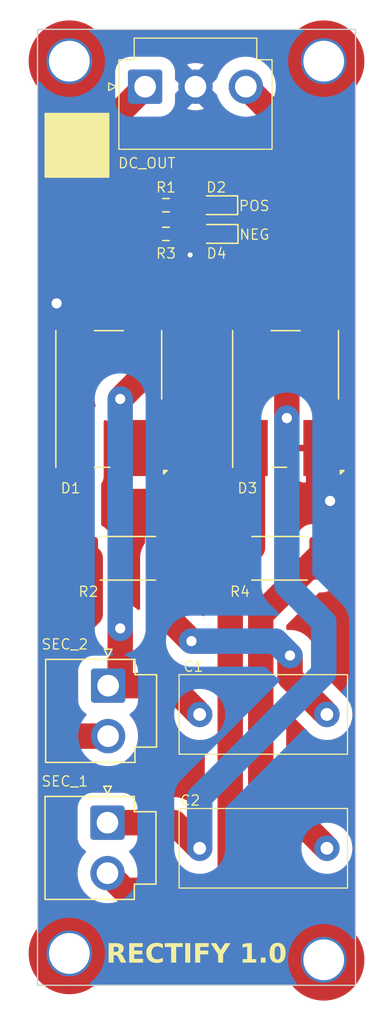
<source format=kicad_pcb>
(kicad_pcb (version 20240108) (generator "pcbnew") (generator_version "8.0")
  (layers (0 "F.Cu" signal) (31 "B.Cu" signal) (34 "B.Paste" user) (35 "F.Paste" user) (36 "B.SilkS" user "B.Silkscreen") (37 "F.SilkS" user "F.Silkscreen") (38 "B.Mask" user) (39 "F.Mask" user) (44 "Edge.Cuts" user))
  (net 0 "")
  (net 1 "PGND")
  (net 2 "VPOUT")
  (net 3 "VPOS")
  (net 4 "VNEGNEG")
  (net 5 "Net-(C1-Pad2)")
  (net 6 "VMOUT")
  (net 7 "Net-(C2-Pad2)")
  (net 8 "Net-(D2-A)")
  (net 9 "VNEG")
  (net 10 "VPOSNEG")
  (net 11 "Net-(D4-A)")
  (footprint "LED_SMD:LED_0603_1608Metric_Pad1.05x0.95mm_HandSolder" (layer "F.Cu") (at 114.1 96.05 180)
    (property "Reference" "D4" (at 0.025 -1.53 0) (layer "F.SilkS") (effects (font (size 0.8 0.8) (thickness 0.1))))
    (property "Value" "BLUE")
    (fp_line (start 0.8 -0.735) (end -1.66 -0.735) (stroke (width 0.12)) (layer "F.SilkS"))
    (fp_line (start -1.66 0.735) (end 0.8 0.735) (stroke (width 0.12)) (layer "F.SilkS"))
    (fp_line (start -1.66 -0.735) (end -1.66 0.735) (stroke (width 0.12)) (layer "F.SilkS"))
    (pad "1" smd roundrect (at -0.875 0 180) (size 1.05 0.95) (layers "F.Cu" "F.Paste" "F.Mask") (net 6 "VMOUT"))
    (pad "2" smd roundrect (at 0.875 0 180) (size 1.05 0.95) (layers "F.Cu" "F.Paste" "F.Mask") (net 11 "Net-(D4-A)"))
  )
  (footprint "MountingHole:MountingHole_3.2mm_M3_Pad_TopOnly" (layer "F.Cu") (at 122.5 82.5)
    (property "Reference" "H4" (hide yes))
    (property "Value" "MountingHole")
    (pad "1" thru_hole circle (at 0 0) (size 3.6 3.6) (drill 3.2) (layers "*.Cu" "*.Mask"))
    (pad "1" connect circle (at 0 0) (size 6.4 6.4) (layers "F.Cu" "F.Mask"))
  )
  (footprint "Connector_JST:JST_VH_B2P-VH-B_1x02_P3.96mm_Vertical" (layer "F.Cu") (at 105.5 142.2425 -90)
    (property "Reference" "J3" (hide yes))
    (property "Value" "Conn_01x02_Male")
    (fp_line (start -2.06 4.91) (end -2.06 -2.11) (stroke (width 0.12)) (layer "F.SilkS"))
    (fp_line (start 6.02 4.91) (end -2.06 4.91) (stroke (width 0.12)) (layer "F.SilkS"))
    (fp_line (start -2.86 0.3) (end -2.86 -0.3) (stroke (width 0.12)) (layer "F.SilkS"))
    (fp_line (start -2.26 0) (end -2.86 0.3) (stroke (width 0.12)) (layer "F.SilkS"))
    (fp_line (start -2.86 -0.3) (end -2.26 0) (stroke (width 0.12)) (layer "F.SilkS"))
    (fp_line (start -2.06 -2.11) (end -0.86 -2.11) (stroke (width 0.12)) (layer "F.SilkS"))
    (fp_line (start -0.86 -2.11) (end -0.86 -3.81) (stroke (width 0.12)) (layer "F.SilkS"))
    (fp_line (start 4.82 -2.11) (end 6.02 -2.11) (stroke (width 0.12)) (layer "F.SilkS"))
    (fp_line (start 6.02 -2.11) (end 6.02 4.91) (stroke (width 0.12)) (layer "F.SilkS"))
    (fp_line (start -0.86 -3.81) (end 4.82 -3.81) (stroke (width 0.12)) (layer "F.SilkS"))
    (fp_line (start 4.82 -3.81) (end 4.82 -2.11) (stroke (width 0.12)) (layer "F.SilkS"))
    (pad "1" thru_hole roundrect (at 0 0 270) (size 2.7 2.7) (drill 1.7) (layers "*.Cu" "*.Mask") (roundrect_rratio 0.09259296296) (net 9 "VNEG"))
    (pad "2" thru_hole circle (at 3.96 0 270) (size 2.7 2.7) (drill 1.7) (layers "*.Cu" "*.Mask") (net 4 "VNEGNEG"))
  )
  (footprint "MountingHole:MountingHole_3.2mm_M3_Pad_TopOnly" (layer "F.Cu") (at 102.5 152.5)
    (property "Reference" "H2" (hide yes))
    (property "Value" "MountingHole")
    (pad "1" thru_hole circle (at 0 0) (size 3.6 3.6) (drill 3.2) (layers "*.Cu" "*.Mask"))
    (pad "1" connect circle (at 0 0) (size 6.4 6.4) (layers "F.Cu" "F.Mask"))
  )
  (footprint "Resistor_SMD:R_2512_6332Metric" (layer "F.Cu") (at 107.105 121.5 180)
    (property "Reference" "R2" (at 3.105 -2.62 0) (layer "F.SilkS") (effects (font (size 0.8 0.8) (thickness 0.1))))
    (property "Value" "10R 2W")
    (fp_line (start -2.177064 1.71) (end 2.177064 1.71) (stroke (width 0.12)) (layer "F.SilkS"))
    (fp_line (start -2.177064 -1.71) (end 2.177064 -1.71) (stroke (width 0.12)) (layer "F.SilkS"))
    (pad "1" smd roundrect (at -2.9625 0 180) (size 1.225 3.35) (layers "F.Cu" "F.Paste" "F.Mask") (roundrect_rratio 0.204082) (net 5 "Net-(C1-Pad2)"))
    (pad "2" smd roundrect (at 2.9625 0 180) (size 1.225 3.35) (layers "F.Cu" "F.Paste" "F.Mask") (roundrect_rratio 0.204082) (net 10 "VPOSNEG"))
  )
  (footprint "Capacitor_THT:C_Rect_L13.0mm_W6.0mm_P10.00mm_FKS3_FKP3_MKS4" (layer "F.Cu") (at 112.75 133.75)
    (property "Reference" "C1" (at -0.5 -3.75 0) (layer "F.SilkS") (effects (font (size 0.8 0.8) (thickness 0.1))))
    (property "Value" "100N")
    (fp_line (start -1.62 -3.12) (end -1.62 3.12) (stroke (width 0.1)) (layer "F.SilkS"))
    (fp_line (start -1.62 -3.12) (end 11.62 -3.12) (stroke (width 0.1)) (layer "F.SilkS"))
    (fp_line (start -1.62 3.12) (end 11.62 3.12) (stroke (width 0.1)) (layer "F.SilkS"))
    (fp_line (start 11.62 -3.12) (end 11.62 3.12) (stroke (width 0.1)) (layer "F.SilkS"))
    (pad "1" thru_hole circle (at 0 0) (size 2 2) (drill 1) (layers "*.Cu" "*.Mask") (net 3 "VPOS"))
    (pad "2" thru_hole circle (at 10 0) (size 2 2) (drill 1) (layers "*.Cu" "*.Mask") (net 5 "Net-(C1-Pad2)"))
  )
  (footprint "Connector_JST:JST_VH_B2P-VH-B_1x02_P3.96mm_Vertical" (layer "F.Cu") (at 105.55 131.4925 -90)
    (property "Reference" "J2" (hide yes))
    (property "Value" "Conn_01x02_Male")
    (fp_line (start -2.06 4.91) (end -2.06 -2.11) (stroke (width 0.12)) (layer "F.SilkS"))
    (fp_line (start 6.02 4.91) (end -2.06 4.91) (stroke (width 0.12)) (layer "F.SilkS"))
    (fp_line (start -2.86 0.3) (end -2.86 -0.3) (stroke (width 0.12)) (layer "F.SilkS"))
    (fp_line (start -2.26 0) (end -2.86 0.3) (stroke (width 0.12)) (layer "F.SilkS"))
    (fp_line (start -2.86 -0.3) (end -2.26 0) (stroke (width 0.12)) (layer "F.SilkS"))
    (fp_line (start -2.06 -2.11) (end -0.86 -2.11) (stroke (width 0.12)) (layer "F.SilkS"))
    (fp_line (start -0.86 -2.11) (end -0.86 -3.81) (stroke (width 0.12)) (layer "F.SilkS"))
    (fp_line (start 4.82 -2.11) (end 6.02 -2.11) (stroke (width 0.12)) (layer "F.SilkS"))
    (fp_line (start 6.02 -2.11) (end 6.02 4.91) (stroke (width 0.12)) (layer "F.SilkS"))
    (fp_line (start -0.86 -3.81) (end 4.82 -3.81) (stroke (width 0.12)) (layer "F.SilkS"))
    (fp_line (start 4.82 -3.81) (end 4.82 -2.11) (stroke (width 0.12)) (layer "F.SilkS"))
    (pad "1" thru_hole roundrect (at 0 0 270) (size 2.7 2.7) (drill 1.7) (layers "*.Cu" "*.Mask") (roundrect_rratio 0.09259296296) (net 3 "VPOS"))
    (pad "2" thru_hole circle (at 3.96 0 270) (size 2.7 2.7) (drill 1.7) (layers "*.Cu" "*.Mask") (net 10 "VPOSNEG"))
  )
  (footprint "Resistor_SMD:R_0603_1608Metric_Pad0.98x0.95mm_HandSolder" (layer "F.Cu") (at 110.1 96.05)
    (property "Reference" "R3" (at 0 1.53 0) (layer "F.SilkS") (effects (font (size 0.8 0.8) (thickness 0.1))))
    (property "Value" "16K")
    (fp_line (start -0.254724 -0.5225) (end 0.254724 -0.5225) (stroke (width 0.12)) (layer "F.SilkS"))
    (fp_line (start -0.254724 0.5225) (end 0.254724 0.5225) (stroke (width 0.12)) (layer "F.SilkS"))
    (pad "1" smd roundrect (at -0.9125 0) (size 0.975 0.95) (layers "F.Cu" "F.Paste" "F.Mask") (net 1 "PGND"))
    (pad "2" smd roundrect (at 0.9125 0) (size 0.975 0.95) (layers "F.Cu" "F.Paste" "F.Mask") (net 11 "Net-(D4-A)"))
  )
  (footprint "Resistor_SMD:R_0603_1608Metric_Pad0.98x0.95mm_HandSolder" (layer "F.Cu") (at 110.1 93.8)
    (property "Reference" "R1" (at 0 -1.4 0) (layer "F.SilkS") (effects (font (size 0.8 0.8) (thickness 0.1))))
    (property "Value" "16K")
    (fp_line (start -0.254724 -0.5225) (end 0.254724 -0.5225) (stroke (width 0.12)) (layer "F.SilkS"))
    (fp_line (start -0.254724 0.5225) (end 0.254724 0.5225) (stroke (width 0.12)) (layer "F.SilkS"))
    (pad "1" smd roundrect (at -0.9125 0) (size 0.975 0.95) (layers "F.Cu" "F.Paste" "F.Mask") (net 2 "VPOUT"))
    (pad "2" smd roundrect (at 0.9125 0) (size 0.975 0.95) (layers "F.Cu" "F.Paste" "F.Mask") (net 8 "Net-(D2-A)"))
  )
  (footprint "Capacitor_THT:C_Rect_L13.0mm_W6.0mm_P10.00mm_FKS3_FKP3_MKS4" (layer "F.Cu") (at 112.75 144.25)
    (property "Reference" "C2" (at -0.75 -3.75 0) (layer "F.SilkS") (effects (font (size 0.8 0.8) (thickness 0.1))))
    (property "Value" "100N")
    (fp_line (start -1.62 -3.12) (end -1.62 3.12) (stroke (width 0.1)) (layer "F.SilkS"))
    (fp_line (start -1.62 -3.12) (end 11.62 -3.12) (stroke (width 0.1)) (layer "F.SilkS"))
    (fp_line (start -1.62 3.12) (end 11.62 3.12) (stroke (width 0.1)) (layer "F.SilkS"))
    (fp_line (start 11.62 -3.12) (end 11.62 3.12) (stroke (width 0.1)) (layer "F.SilkS"))
    (pad "1" thru_hole circle (at 0 0) (size 2 2) (drill 1) (layers "*.Cu" "*.Mask") (net 9 "VNEG"))
    (pad "2" thru_hole circle (at 10 0) (size 2 2) (drill 1) (layers "*.Cu" "*.Mask") (net 7 "Net-(C2-Pad2)"))
  )
  (footprint "Diode_SMD:Diode_Bridge_Bourns_CD-DF4xxS" (layer "F.Cu") (at 105.6 109 180)
    (property "Reference" "D1" (at 3 -7 0) (layer "F.SilkS") (effects (font (size 0.8 0.8) (thickness 0.1))))
    (property "Value" "652-CD-DF408SL")
    (fp_line (start 4.16 -5.36) (end 4.16 5.36) (stroke (width 0.12)) (layer "F.SilkS"))
    (fp_line (start -0.07 -5.36) (end 1.13 -5.36) (stroke (width 0.12)) (layer "F.SilkS"))
    (fp_line (start -1.14 5.36) (end 1.13 5.36) (stroke (width 0.12)) (layer "F.SilkS"))
    (fp_line (start -4.16 0) (end -4.16 5.36) (stroke (width 0.12)) (layer "F.SilkS"))
    (fp_poly (pts (xy -4.31 -5.61) (xy -4.59 -5.61) (xy -4.31 -5.89) (xy -4.31 -5.61)) (stroke (width 0.12)) (fill solid) (layer "F.SilkS"))
    (pad "1" smd rect (at -2.6 -3.85 180) (size 2.4 4.4) (layers "F.Cu" "F.Paste" "F.Mask") (net 2 "VPOUT"))
    (pad "2" smd rect (at -2.6 3.85 180) (size 2.4 4.4) (layers "F.Cu" "F.Paste" "F.Mask") (net 3 "VPOS"))
    (pad "3" smd rect (at 2.6 3.85 180) (size 2.4 4.4) (layers "F.Cu" "F.Paste" "F.Mask") (net 1 "PGND"))
    (pad "4" smd rect (at 2.6 -3.85 180) (size 2.4 4.4) (layers "F.Cu" "F.Paste" "F.Mask") (net 10 "VPOSNEG"))
  )
  (footprint "Diode_SMD:Diode_Bridge_Bourns_CD-DF4xxS" (layer "F.Cu") (at 119.5 109 180)
    (property "Reference" "D3" (at 3 -7 0) (layer "F.SilkS") (effects (font (size 0.8 0.8) (thickness 0.1))))
    (property "Value" "652-CD-DF408SL")
    (fp_line (start 4.16 -5.36) (end 4.16 5.36) (stroke (width 0.12)) (layer "F.SilkS"))
    (fp_line (start -0.07 -5.36) (end 1.13 -5.36) (stroke (width 0.12)) (layer "F.SilkS"))
    (fp_line (start -1.14 5.36) (end 1.13 5.36) (stroke (width 0.12)) (layer "F.SilkS"))
    (fp_line (start -4.16 0) (end -4.16 5.36) (stroke (width 0.12)) (layer "F.SilkS"))
    (fp_poly (pts (xy -4.31 -5.61) (xy -4.59 -5.61) (xy -4.31 -5.89) (xy -4.31 -5.61)) (stroke (width 0.12)) (fill solid) (layer "F.SilkS"))
    (pad "1" smd rect (at -2.6 -3.85 180) (size 2.4 4.4) (layers "F.Cu" "F.Paste" "F.Mask") (net 1 "PGND"))
    (pad "2" smd rect (at -2.6 3.85 180) (size 2.4 4.4) (layers "F.Cu" "F.Paste" "F.Mask") (net 9 "VNEG"))
    (pad "3" smd rect (at 2.6 3.85 180) (size 2.4 4.4) (layers "F.Cu" "F.Paste" "F.Mask") (net 6 "VMOUT"))
    (pad "4" smd rect (at 2.6 -3.85 180) (size 2.4 4.4) (layers "F.Cu" "F.Paste" "F.Mask") (net 4 "VNEGNEG"))
  )
  (footprint "LED_SMD:LED_0603_1608Metric_Pad1.05x0.95mm_HandSolder" (layer "F.Cu") (at 114.075 93.8 180)
    (property "Reference" "D2" (at 0.025 1.4 0) (layer "F.SilkS") (effects (font (size 0.8 0.8) (thickness 0.1))))
    (property "Value" "YELLOW")
    (fp_line (start 0.8 -0.735) (end -1.66 -0.735) (stroke (width 0.12)) (layer "F.SilkS"))
    (fp_line (start -1.66 0.735) (end 0.8 0.735) (stroke (width 0.12)) (layer "F.SilkS"))
    (fp_line (start -1.66 -0.735) (end -1.66 0.735) (stroke (width 0.12)) (layer "F.SilkS"))
    (pad "1" smd roundrect (at -0.875 0 180) (size 1.05 0.95) (layers "F.Cu" "F.Paste" "F.Mask") (net 1 "PGND"))
    (pad "2" smd roundrect (at 0.875 0 180) (size 1.05 0.95) (layers "F.Cu" "F.Paste" "F.Mask") (net 8 "Net-(D2-A)"))
  )
  (footprint "MountingHole:MountingHole_3.2mm_M3_Pad_TopOnly" (layer "F.Cu") (at 122.5 153)
    (property "Reference" "H1" (hide yes))
    (property "Value" "MountingHole")
    (pad "1" thru_hole circle (at 0 0) (size 3.6 3.6) (drill 3.2) (layers "*.Cu" "*.Mask"))
    (pad "1" connect circle (at 0 0) (size 6.4 6.4) (layers "F.Cu" "F.Mask"))
  )
  (footprint "Connector_JST:JST_VH_B3P-VH_1x03_P3.96mm_Vertical" (layer "F.Cu") (at 108.4575 84.5)
    (property "Reference" "J1" (hide yes))
    (property "Value" "Conn_01x03_Male")
    (fp_line (start -2.86 -0.3) (end -2.26 0) (stroke (width 0.1)) (layer "F.SilkS"))
    (fp_line (start -2.86 0.3) (end -2.86 -0.3) (stroke (width 0.1)) (layer "F.SilkS"))
    (fp_line (start -2.26 0) (end -2.86 0.3) (stroke (width 0.1)) (layer "F.SilkS"))
    (fp_line (start -2.06 -2.11) (end -0.86 -2.11) (stroke (width 0.1)) (layer "F.SilkS"))
    (fp_line (start -2.06 4.91) (end -2.06 -2.11) (stroke (width 0.1)) (layer "F.SilkS"))
    (fp_line (start -0.86 -3.81) (end 8.78 -3.81) (stroke (width 0.1)) (layer "F.SilkS"))
    (fp_line (start -0.86 -2.11) (end -0.86 -3.81) (stroke (width 0.1)) (layer "F.SilkS"))
    (fp_line (start 8.78 -3.81) (end 8.78 -2.11) (stroke (width 0.1)) (layer "F.SilkS"))
    (fp_line (start 8.78 -2.11) (end 9.98 -2.11) (stroke (width 0.1)) (layer "F.SilkS"))
    (fp_line (start 9.98 -2.11) (end 9.98 4.91) (stroke (width 0.1)) (layer "F.SilkS"))
    (fp_line (start 9.98 4.91) (end -2.06 4.91) (stroke (width 0.1)) (layer "F.SilkS"))
    (pad "1" thru_hole roundrect (at 0 0) (size 2.7 2.7) (drill 1.7) (layers "*.Cu" "*.Mask") (roundrect_rratio 0.09259296296) (net 2 "VPOUT"))
    (pad "2" thru_hole circle (at 3.96 0) (size 2.7 2.7) (drill 1.7) (layers "*.Cu" "*.Mask") (net 1 "PGND"))
    (pad "3" thru_hole circle (at 7.92 0) (size 2.7 2.7) (drill 1.7) (layers "*.Cu" "*.Mask") (net 6 "VMOUT"))
  )
  (footprint "Resistor_SMD:R_2512_6332Metric" (layer "F.Cu") (at 119.02 121.5 180)
    (property "Reference" "R4" (at 3.105 -2.62 0) (layer "F.SilkS") (effects (font (size 0.8 0.8) (thickness 0.1))))
    (property "Value" "10R 2W")
    (fp_line (start -2.177064 1.71) (end 2.177064 1.71) (stroke (width 0.12)) (layer "F.SilkS"))
    (fp_line (start -2.177064 -1.71) (end 2.177064 -1.71) (stroke (width 0.12)) (layer "F.SilkS"))
    (pad "1" smd roundrect (at -2.9625 0 180) (size 1.225 3.35) (layers "F.Cu" "F.Paste" "F.Mask") (roundrect_rratio 0.204082) (net 7 "Net-(C2-Pad2)"))
    (pad "2" smd roundrect (at 2.9625 0 180) (size 1.225 3.35) (layers "F.Cu" "F.Paste" "F.Mask") (roundrect_rratio 0.204082) (net 4 "VNEGNEG"))
  )
  (footprint "MountingHole:MountingHole_3.2mm_M3_Pad_TopOnly" (layer "F.Cu") (at 102.5 82.5)
    (property "Reference" "H3" (hide yes))
    (property "Value" "MountingHole")
    (pad "1" thru_hole circle (at 0 0) (size 3.6 3.6) (drill 3.2) (layers "*.Cu" "*.Mask"))
    (pad "1" connect circle (at 0 0) (size 6.4 6.4) (layers "F.Cu" "F.Mask"))
  )
  (gr_rect (start 100.6 86.6) (end 105.6 91.6) (stroke (width 0.1)) (fill solid) (layer "F.SilkS"))
  (gr_line (start 100 80) (end 125 80) (stroke (width 0.1)) (layer "Edge.Cuts"))
  (gr_line (start 125 155) (end 100 155) (stroke (width 0.1)) (layer "Edge.Cuts"))
  (gr_line (start 100 155) (end 100 80) (stroke (width 0.1)) (layer "Edge.Cuts"))
  (gr_line (start 125 80) (end 125 155) (stroke (width 0.1)) (layer "Edge.Cuts"))
  (gr_text "RECTIFY 1.0" (at 112.5 152.6 0) (layer "F.SilkS") (effects (font (size 1.5 1.5) (thickness 0.1) (bold yes))))
  (gr_text "DC_OUT" (at 110.9 90.5 0) (layer "F.SilkS") (effects (font (size 0.8 0.8) (thickness 0.1)) (justify right)))
  (gr_text "SEC_2" (at 100.25 128.25 0) (layer "F.SilkS") (effects (font (size 0.8 0.8) (thickness 0.1)) (justify left)))
  (gr_text "POS" (at 118.3 93.85 0) (layer "F.SilkS") (effects (font (size 0.8 0.8) (thickness 0.1)) (justify right)))
  (gr_text "SEC_1" (at 100.25 139 0) (layer "F.SilkS") (effects (font (size 0.8 0.8) (thickness 0.1)) (justify left)))
  (gr_text "NEG\n" (at 118.3 96.1 0) (layer "F.SilkS") (effects (font (size 0.8 0.8) (thickness 0.1)) (justify right)))
  (segment (start 103.7 105.15) (end 103.7 103.7) (width 2) (layer "F.Cu") (net 1))
  (segment (start 109.1875 96.05) (end 110.8375 97.7) (width 0.4) (layer "F.Cu") (net 1))
  (segment (start 122.1 112.85) (end 122.1 116.1) (width 2) (layer "F.Cu") (net 1))
  (segment (start 116.025 93.75) (end 116.025 92.975) (width 0.4) (layer "F.Cu") (net 1))
  (segment (start 116.025 92.975) (end 116.5 92.5) (width 0.4) (layer "F.Cu") (net 1))
  (segment (start 110.8375 97.7) (end 112 97.7) (width 0.4) (layer "F.Cu") (net 1))
  (segment (start 122.1 116.1) (end 123 117) (width 2) (layer "F.Cu") (net 1))
  (segment (start 103.7 103.7) (end 101.5 101.5) (width 2) (layer "F.Cu") (net 1))
  (via (at 123 117) (size 1.5) (drill 0.8) (layers "F.Cu" "B.Cu") (net 1))
  (via (at 101.5 101.5) (size 1.5) (drill 0.8) (layers "F.Cu" "B.Cu") (net 1))
  (via (at 112 97.7) (size 0.8) (drill 0.4) (layers "F.Cu" "B.Cu") (net 1))
  (segment (start 106 94) (end 106 86.9575) (width 2) (layer "F.Cu") (net 2))
  (segment (start 108.9 112.85) (end 111.5 110.25) (width 2) (layer "F.Cu") (net 2))
  (segment (start 106.25 93.75) (end 106 94) (width 0.4) (layer "F.Cu") (net 2))
  (segment (start 111.5 110.25) (end 111.5 101.9) (width 2) (layer "F.Cu") (net 2))
  (segment (start 109.1375 93.75) (end 106.25 93.75) (width 0.4) (layer "F.Cu") (net 2))
  (segment (start 106 86.9575) (end 108.4575 84.5) (width 2) (layer "F.Cu") (net 2))
  (segment (start 111.5 101.9) (end 106 96.4) (width 2) (layer "F.Cu") (net 2))
  (segment (start 109.1875 93.8) (end 109.1375 93.75) (width 0.4) (layer "F.Cu") (net 2))
  (segment (start 106 96.4) (end 106 94) (width 2) (layer "F.Cu") (net 2))
  (segment (start 108.2 107.3) (end 106.5 109) (width 2) (layer "F.Cu") (net 3))
  (segment (start 105.55 131.4925) (end 110.4925 131.4925) (width 2) (layer "F.Cu") (net 3))
  (segment (start 108.2 105.15) (end 108.2 107.3) (width 2) (layer "F.Cu") (net 3))
  (segment (start 106.5 127) (end 106.5 130.5425) (width 2) (layer "F.Cu") (net 3))
  (segment (start 106.5 130.5425) (end 105.55 131.4925) (width 2) (layer "F.Cu") (net 3))
  (segment (start 110.4925 131.4925) (end 112.75 133.75) (width 2) (layer "F.Cu") (net 3))
  (via (at 106.5 127) (size 1.5) (drill 0.8) (layers "F.Cu" "B.Cu") (net 3))
  (via (at 106.5 109) (size 1.5) (drill 0.8) (layers "F.Cu" "B.Cu") (net 3))
  (segment (start 106.5 109) (end 106.5 127) (width 2) (layer "B.Cu") (net 3))
  (segment (start 105.5 146.2025) (end 106.85 147.5525) (width 2) (layer "F.Cu") (net 4))
  (segment (start 115.15 146.35) (end 115.15 122.4075) (width 2) (layer "F.Cu") (net 4))
  (segment (start 115.15 122.4075) (end 116.0575 121.5) (width 2) (layer "F.Cu") (net 4))
  (segment (start 113.9475 147.5525) (end 115.15 146.35) (width 2) (layer "F.Cu") (net 4))
  (segment (start 116.9 120.6575) (end 116.0575 121.5) (width 2) (layer "F.Cu") (net 4))
  (segment (start 116.9 112.85) (end 116.9 120.6575) (width 2) (layer "F.Cu") (net 4))
  (segment (start 106.85 147.5525) (end 113.9475 147.5525) (width 2) (layer "F.Cu") (net 4))
  (segment (start 110.0675 125.9675) (end 112.1 128) (width 2) (layer "F.Cu") (net 5))
  (segment (start 119.85 130.85) (end 119.85 129.126346) (width 2) (layer "F.Cu") (net 5))
  (segment (start 122.75 133.75) (end 119.85 130.85) (width 2) (layer "F.Cu") (net 5))
  (segment (start 110.0675 121.5) (end 110.0675 125.9675) (width 2) (layer "F.Cu") (net 5))
  (via (at 112.1 128) (size 1.5) (drill 0.8) (layers "F.Cu" "B.Cu") (net 5))
  (via (at 119.85 129.126346) (size 1.5) (drill 0.8) (layers "F.Cu" "B.Cu") (net 5))
  (segment (start 112.1 128) (end 118.723654 128) (width 2) (layer "B.Cu") (net 5))
  (segment (start 118.723654 128) (end 119.85 129.126346) (width 2) (layer "B.Cu") (net 5))
  (segment (start 114.975 96.05) (end 118.55 96.05) (width 0.4) (layer "F.Cu") (net 6))
  (segment (start 116.3775 84.5) (end 120 88.1225) (width 2) (layer "F.Cu") (net 6))
  (segment (start 116.9 102.6) (end 116.9 105.15) (width 2) (layer "F.Cu") (net 6))
  (segment (start 118.55 96.05) (end 120 97.5) (width 0.4) (layer "F.Cu") (net 6))
  (segment (start 120 97.5) (end 120 99.5) (width 2) (layer "F.Cu") (net 6))
  (segment (start 120 88.1225) (end 120 97.5) (width 2) (layer "F.Cu") (net 6))
  (segment (start 120 99.5) (end 116.9 102.6) (width 2) (layer "F.Cu") (net 6))
  (segment (start 117.55 125.9325) (end 117.55 139.05) (width 2) (layer "F.Cu") (net 7))
  (segment (start 117.55 139.05) (end 122.75 144.25) (width 2) (layer "F.Cu") (net 7))
  (segment (start 121.9825 121.5) (end 117.55 125.9325) (width 2) (layer "F.Cu") (net 7))
  (segment (start 113.2 93.8) (end 111.0125 93.8) (width 0.4) (layer "F.Cu") (net 8))
  (segment (start 105.5 142.2425) (end 110.7425 142.2425) (width 2) (layer "F.Cu") (net 9))
  (segment (start 119.6 107.65) (end 119.6 110.5) (width 2) (layer "F.Cu") (net 9))
  (segment (start 110.7425 142.2425) (end 112.75 144.25) (width 2) (layer "F.Cu") (net 9))
  (segment (start 122.1 105.15) (end 119.6 107.65) (width 2) (layer "F.Cu") (net 9))
  (via (at 119.6 110.5) (size 1.5) (drill 0.8) (layers "F.Cu" "B.Cu") (net 9))
  (segment (start 119.6 123.6) (end 122.5 126.5) (width 2) (layer "B.Cu") (net 9))
  (segment (start 112.75 140.25) (end 112.75 144.25) (width 2) (layer "B.Cu") (net 9))
  (segment (start 122.5 130.5) (end 112.75 140.25) (width 2) (layer "B.Cu") (net 9))
  (segment (start 122.5 126.5) (end 122.5 130.5) (width 2) (layer "B.Cu") (net 9))
  (segment (start 119.6 110.5) (end 119.6 123.6) (width 2) (layer "B.Cu") (net 9))
  (segment (start 101.5 134) (end 102.9525 135.4525) (width 2) (layer "F.Cu") (net 10))
  (segment (start 101.5 128.5) (end 101.5 134) (width 2) (layer "F.Cu") (net 10))
  (segment (start 102.9525 135.4525) (end 105.55 135.4525) (width 2) (layer "F.Cu") (net 10))
  (segment (start 104.1425 125.8575) (end 101.5 128.5) (width 2) (layer "F.Cu") (net 10))
  (segment (start 103 113.55) (end 103 120.3575) (width 2) (layer "F.Cu") (net 10))
  (segment (start 104.1425 121.5) (end 104.1425 125.8575) (width 2) (layer "F.Cu") (net 10))
  (segment (start 103 120.3575) (end 104.1425 121.5) (width 2) (layer "F.Cu") (net 10))
  (segment (start 113.225 96.05) (end 111.0125 96.05) (width 0.4) (layer "F.Cu") (net 11))
  (zone (net 1) (net_name "PGND") (layer "F.Cu") (priority 1) (connect_pads (clearance 1)) (min_thickness 0.25) (fill yes (thermal_gap 0.5) (thermal_bridge_width 0.5))
    (polygon (pts (xy 98.6 77.7) (xy 126.9 77.7) (xy 126.9 157.6) (xy 126.8 157.7) (xy 98.7 157.7) (xy 98.2 157.2) (xy 98.2 78.1)))
  )
  (zone (net 1) (net_name "PGND") (layer "B.Cu") (connect_pads (clearance 1)) (min_thickness 0.254) (fill yes (thermal_gap 0.508) (thermal_bridge_width 1.5))
    (polygon (pts (xy 125.9 95.35) (xy 125.8 95.35) (xy 125.8 155.9) (xy 97.05 155.9) (xy 97.05 95.35) (xy 98.65 95.35) (xy 98.65 79.05) (xy 125.9 79.05)))
  )
)
</source>
